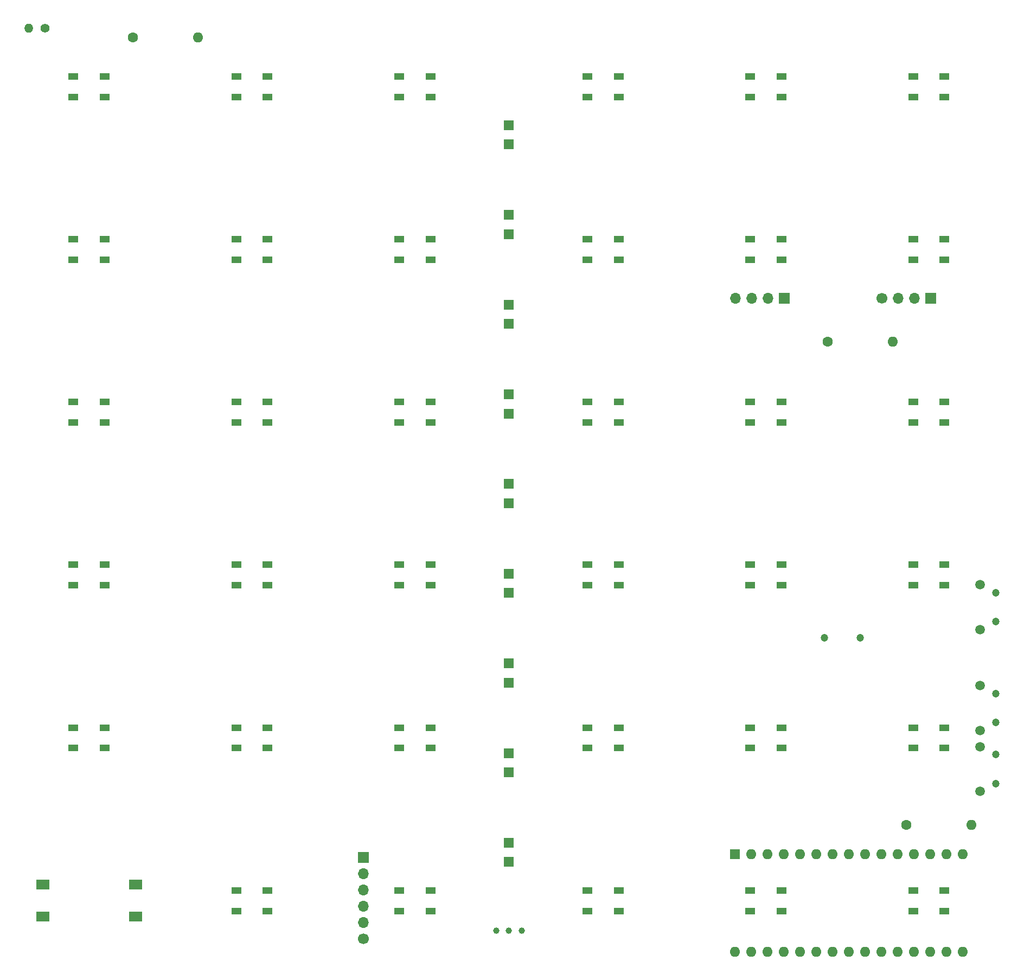
<source format=gbr>
%TF.GenerationSoftware,KiCad,Pcbnew,(5.1.10)-1*%
%TF.CreationDate,2021-08-20T16:32:08+09:00*%
%TF.ProjectId,hanClock,68616e43-6c6f-4636-9b2e-6b696361645f,rev?*%
%TF.SameCoordinates,Original*%
%TF.FileFunction,Soldermask,Top*%
%TF.FilePolarity,Negative*%
%FSLAX46Y46*%
G04 Gerber Fmt 4.6, Leading zero omitted, Abs format (unit mm)*
G04 Created by KiCad (PCBNEW (5.1.10)-1) date 2021-08-20 16:32:08*
%MOMM*%
%LPD*%
G01*
G04 APERTURE LIST*
%ADD10R,1.500000X1.500000*%
%ADD11C,1.000000*%
%ADD12C,1.500000*%
%ADD13C,1.200000*%
%ADD14R,1.700000X1.700000*%
%ADD15O,1.700000X1.700000*%
%ADD16C,1.700000*%
%ADD17O,1.600000X1.600000*%
%ADD18C,1.600000*%
%ADD19R,1.500000X1.000000*%
%ADD20R,1.600000X1.600000*%
%ADD21O,1.400000X1.400000*%
%ADD22C,1.400000*%
%ADD23R,2.000000X1.500000*%
G04 APERTURE END LIST*
D10*
%TO.C,D36*%
X78250000Y-32750000D03*
X78250000Y-35750000D03*
%TD*%
%TO.C,D43*%
X78250000Y-130750000D03*
X78250000Y-133750000D03*
%TD*%
%TO.C,D35*%
X78250000Y-18750000D03*
X78250000Y-21750000D03*
%TD*%
%TO.C,D37*%
X78250000Y-46750000D03*
X78250000Y-49750000D03*
%TD*%
%TO.C,D38*%
X78250000Y-60750000D03*
X78250000Y-63750000D03*
%TD*%
%TO.C,D39*%
X78250000Y-74750000D03*
X78250000Y-77750000D03*
%TD*%
%TO.C,D40*%
X78250000Y-88750000D03*
X78250000Y-91750000D03*
%TD*%
%TO.C,D41*%
X78250000Y-102750000D03*
X78250000Y-105750000D03*
%TD*%
%TO.C,D42*%
X78250000Y-116750000D03*
X78250000Y-119750000D03*
%TD*%
D11*
%TO.C,Q1*%
X76250000Y-144475000D03*
X78250000Y-144475000D03*
X80250000Y-144475000D03*
%TD*%
D12*
%TO.C,SW2*%
X151750000Y-122750000D03*
X151750000Y-115750000D03*
D13*
X154250000Y-121500000D03*
X154250000Y-117000000D03*
%TD*%
D14*
%TO.C,J2*%
X55500000Y-133050000D03*
D15*
X55500000Y-135590000D03*
X55500000Y-138130000D03*
X55500000Y-140670000D03*
X55500000Y-143210000D03*
D16*
X55500000Y-145750000D03*
%TD*%
D14*
%TO.C,J1*%
X144120000Y-45750000D03*
D15*
X141580000Y-45750000D03*
X139040000Y-45750000D03*
D16*
X136500000Y-45750000D03*
%TD*%
D17*
%TO.C,R1*%
X150410000Y-128000000D03*
D18*
X140250000Y-128000000D03*
%TD*%
D17*
%TO.C,R2*%
X29660000Y-5000000D03*
D18*
X19500000Y-5000000D03*
%TD*%
D17*
%TO.C,R3*%
X138160000Y-52500000D03*
D18*
X128000000Y-52500000D03*
%TD*%
D19*
%TO.C,D33*%
X115925000Y-11108300D03*
X115925000Y-14308300D03*
X120825000Y-11108300D03*
X120825000Y-14308300D03*
%TD*%
%TO.C,D32*%
X90508300Y-11108300D03*
X90508300Y-14308300D03*
X95408300Y-11108300D03*
X95408300Y-14308300D03*
%TD*%
%TO.C,D31*%
X61091700Y-11108300D03*
X61091700Y-14308300D03*
X65991700Y-11108300D03*
X65991700Y-14308300D03*
%TD*%
%TO.C,D30*%
X35675000Y-11108300D03*
X35675000Y-14308300D03*
X40575000Y-11108300D03*
X40575000Y-14308300D03*
%TD*%
%TO.C,D29*%
X10258300Y-11108300D03*
X10258300Y-14308300D03*
X15158300Y-11108300D03*
X15158300Y-14308300D03*
%TD*%
%TO.C,D28*%
X10258300Y-36525000D03*
X10258300Y-39725000D03*
X15158300Y-36525000D03*
X15158300Y-39725000D03*
%TD*%
%TO.C,D27*%
X35675000Y-36525000D03*
X35675000Y-39725000D03*
X40575000Y-36525000D03*
X40575000Y-39725000D03*
%TD*%
%TO.C,D26*%
X61091700Y-36525000D03*
X61091700Y-39725000D03*
X65991700Y-36525000D03*
X65991700Y-39725000D03*
%TD*%
%TO.C,D25*%
X90508300Y-36525000D03*
X90508300Y-39725000D03*
X95408300Y-36525000D03*
X95408300Y-39725000D03*
%TD*%
%TO.C,D24*%
X115925000Y-36525000D03*
X115925000Y-39725000D03*
X120825000Y-36525000D03*
X120825000Y-39725000D03*
%TD*%
%TO.C,D23*%
X141341700Y-36525000D03*
X141341700Y-39725000D03*
X146241700Y-36525000D03*
X146241700Y-39725000D03*
%TD*%
%TO.C,D22*%
X141341700Y-61941700D03*
X141341700Y-65141700D03*
X146241700Y-61941700D03*
X146241700Y-65141700D03*
%TD*%
%TO.C,D21*%
X115925000Y-61941700D03*
X115925000Y-65141700D03*
X120825000Y-61941700D03*
X120825000Y-65141700D03*
%TD*%
%TO.C,D20*%
X90508300Y-61941700D03*
X90508300Y-65141700D03*
X95408300Y-61941700D03*
X95408300Y-65141700D03*
%TD*%
%TO.C,D19*%
X61091700Y-61941700D03*
X61091700Y-65141700D03*
X65991700Y-61941700D03*
X65991700Y-65141700D03*
%TD*%
%TO.C,D18*%
X35675000Y-61941700D03*
X35675000Y-65141700D03*
X40575000Y-61941700D03*
X40575000Y-65141700D03*
%TD*%
%TO.C,D17*%
X10258300Y-61941700D03*
X10258300Y-65141700D03*
X15158300Y-61941700D03*
X15158300Y-65141700D03*
%TD*%
%TO.C,D16*%
X10258300Y-87358300D03*
X10258300Y-90558300D03*
X15158300Y-87358300D03*
X15158300Y-90558300D03*
%TD*%
%TO.C,D15*%
X35675000Y-87358300D03*
X35675000Y-90558300D03*
X40575000Y-87358300D03*
X40575000Y-90558300D03*
%TD*%
%TO.C,D14*%
X61091700Y-87358300D03*
X61091700Y-90558300D03*
X65991700Y-87358300D03*
X65991700Y-90558300D03*
%TD*%
%TO.C,D13*%
X90508300Y-87358300D03*
X90508300Y-90558300D03*
X95408300Y-87358300D03*
X95408300Y-90558300D03*
%TD*%
%TO.C,D12*%
X115925000Y-87358300D03*
X115925000Y-90558300D03*
X120825000Y-87358300D03*
X120825000Y-90558300D03*
%TD*%
%TO.C,D11*%
X141341700Y-87358300D03*
X141341700Y-90558300D03*
X146241700Y-87358300D03*
X146241700Y-90558300D03*
%TD*%
%TO.C,D10*%
X141341700Y-112775000D03*
X141341700Y-115975000D03*
X146241700Y-112775000D03*
X146241700Y-115975000D03*
%TD*%
%TO.C,D9*%
X115925000Y-112775000D03*
X115925000Y-115975000D03*
X120825000Y-112775000D03*
X120825000Y-115975000D03*
%TD*%
%TO.C,D8*%
X90508300Y-112775000D03*
X90508300Y-115975000D03*
X95408300Y-112775000D03*
X95408300Y-115975000D03*
%TD*%
%TO.C,D7*%
X61091700Y-112775000D03*
X61091700Y-115975000D03*
X65991700Y-112775000D03*
X65991700Y-115975000D03*
%TD*%
%TO.C,D6*%
X35675000Y-112775000D03*
X35675000Y-115975000D03*
X40575000Y-112775000D03*
X40575000Y-115975000D03*
%TD*%
%TO.C,D5*%
X10258300Y-112775000D03*
X10258300Y-115975000D03*
X15158300Y-112775000D03*
X15158300Y-115975000D03*
%TD*%
%TO.C,D4*%
X35675000Y-138191700D03*
X35675000Y-141391700D03*
X40575000Y-138191700D03*
X40575000Y-141391700D03*
%TD*%
%TO.C,D3*%
X61091700Y-138191700D03*
X61091700Y-141391700D03*
X65991700Y-138191700D03*
X65991700Y-141391700D03*
%TD*%
%TO.C,D2*%
X90508300Y-138191700D03*
X90508300Y-141391700D03*
X95408300Y-138191700D03*
X95408300Y-141391700D03*
%TD*%
%TO.C,D1*%
X115925000Y-138191700D03*
X115925000Y-141391700D03*
X120825000Y-138191700D03*
X120825000Y-141391700D03*
%TD*%
%TO.C,D0*%
X141341700Y-138191700D03*
X141341700Y-141391700D03*
X146241700Y-138191700D03*
X146241700Y-141391700D03*
%TD*%
%TO.C,D34*%
X141341700Y-11108300D03*
X141341700Y-14308300D03*
X146241700Y-11108300D03*
X146241700Y-14308300D03*
%TD*%
D17*
%TO.C,A1*%
X149060000Y-147740000D03*
X149060000Y-132500000D03*
X113500000Y-147740000D03*
X146520000Y-132500000D03*
X116040000Y-147740000D03*
X143980000Y-132500000D03*
X118580000Y-147740000D03*
X141440000Y-132500000D03*
X121120000Y-147740000D03*
X138900000Y-132500000D03*
X123660000Y-147740000D03*
X136360000Y-132500000D03*
X126200000Y-147740000D03*
X133820000Y-132500000D03*
X128740000Y-147740000D03*
X131280000Y-132500000D03*
X131280000Y-147740000D03*
X128740000Y-132500000D03*
X133820000Y-147740000D03*
X126200000Y-132500000D03*
X136360000Y-147740000D03*
X123660000Y-132500000D03*
X138900000Y-147740000D03*
X121120000Y-132500000D03*
X141440000Y-147740000D03*
X118580000Y-132500000D03*
X143980000Y-147740000D03*
X116040000Y-132500000D03*
X146520000Y-147740000D03*
D20*
X113500000Y-132500000D03*
%TD*%
D13*
%TO.C,BZ1*%
X133050000Y-98750000D03*
X127450000Y-98750000D03*
%TD*%
D21*
%TO.C,R4*%
X3302000Y-3556000D03*
D22*
X5842000Y-3556000D03*
%TD*%
D23*
%TO.C,SW1*%
X19958300Y-142291700D03*
X19958300Y-137291700D03*
X5458300Y-142291700D03*
X5458300Y-137291700D03*
%TD*%
D12*
%TO.C,SW3*%
X151750000Y-113250000D03*
X151750000Y-106250000D03*
D13*
X154250000Y-112000000D03*
X154250000Y-107500000D03*
%TD*%
D12*
%TO.C,SW4*%
X151750000Y-97500000D03*
X151750000Y-90500000D03*
D13*
X154250000Y-96250000D03*
X154250000Y-91750000D03*
%TD*%
D14*
%TO.C,J3*%
X121250000Y-45750000D03*
D15*
X118710000Y-45750000D03*
X116170000Y-45750000D03*
X113630000Y-45750000D03*
%TD*%
M02*

</source>
